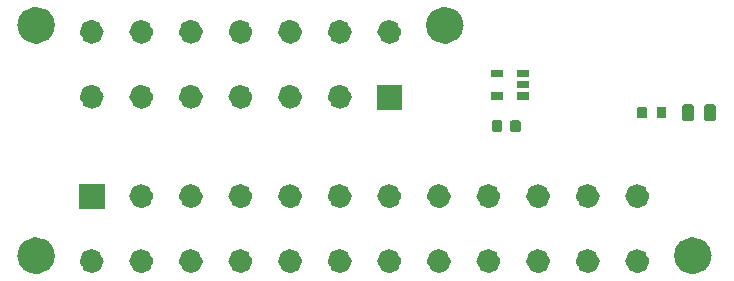
<source format=gbr>
%TF.GenerationSoftware,KiCad,Pcbnew,(5.0.2-5)-5*%
%TF.CreationDate,2023-05-01T14:03:50+02:00*%
%TF.ProjectId,SS1_ATX,5353315f-4154-4582-9e6b-696361645f70,rev?*%
%TF.SameCoordinates,Original*%
%TF.FileFunction,Soldermask,Top*%
%TF.FilePolarity,Negative*%
%FSLAX46Y46*%
G04 Gerber Fmt 4.6, Leading zero omitted, Abs format (unit mm)*
G04 Created by KiCad (PCBNEW (5.0.2-5)-5) date Lundi 01 mai 2023 à 14:03:50*
%MOMM*%
%LPD*%
G01*
G04 APERTURE LIST*
%ADD10C,0.010000*%
%ADD11C,1.026200*%
%ADD12C,1.576200*%
%ADD13C,0.100000*%
G04 APERTURE END LIST*
D10*
%TO.C,J2*%
G36*
X123726200Y-118863800D02*
X121673800Y-118863800D01*
X121673800Y-120916200D01*
X123726200Y-120916200D01*
X123726200Y-118863800D01*
G37*
X123726200Y-118863800D02*
X121673800Y-118863800D01*
X121673800Y-120916200D01*
X123726200Y-120916200D01*
X123726200Y-118863800D01*
D11*
X119013100Y-119890000D02*
G75*
G03X119013100Y-119890000I-513100J0D01*
G01*
X123213100Y-114390000D02*
G75*
G03X123213100Y-114390000I-513100J0D01*
G01*
X119013100Y-114390000D02*
G75*
G03X119013100Y-114390000I-513100J0D01*
G01*
D12*
X128188100Y-113830000D02*
G75*
G03X128188100Y-113830000I-788100J0D01*
G01*
X93588100Y-113830000D02*
G75*
G03X93588100Y-113830000I-788100J0D01*
G01*
D11*
X114813100Y-119890000D02*
G75*
G03X114813100Y-119890000I-513100J0D01*
G01*
X110613100Y-119890000D02*
G75*
G03X110613100Y-119890000I-513100J0D01*
G01*
X106413100Y-119890000D02*
G75*
G03X106413100Y-119890000I-513100J0D01*
G01*
X102213100Y-119890000D02*
G75*
G03X102213100Y-119890000I-513100J0D01*
G01*
X98013100Y-119890000D02*
G75*
G03X98013100Y-119890000I-513100J0D01*
G01*
X114813100Y-114390000D02*
G75*
G03X114813100Y-114390000I-513100J0D01*
G01*
X110613100Y-114390000D02*
G75*
G03X110613100Y-114390000I-513100J0D01*
G01*
X106413100Y-114390000D02*
G75*
G03X106413100Y-114390000I-513100J0D01*
G01*
X102213100Y-114390000D02*
G75*
G03X102213100Y-114390000I-513100J0D01*
G01*
X98013100Y-114390000D02*
G75*
G03X98013100Y-114390000I-513100J0D01*
G01*
D10*
%TO.C,J1*%
G36*
X98526200Y-129326200D02*
X96473800Y-129326200D01*
X96473800Y-127273800D01*
X98526200Y-127273800D01*
X98526200Y-129326200D01*
G37*
X98526200Y-129326200D02*
X96473800Y-129326200D01*
X96473800Y-127273800D01*
X98526200Y-127273800D01*
X98526200Y-129326200D01*
D11*
X102213100Y-128300000D02*
G75*
G03X102213100Y-128300000I-513100J0D01*
G01*
X106413100Y-128300000D02*
G75*
G03X106413100Y-128300000I-513100J0D01*
G01*
X110613100Y-128300000D02*
G75*
G03X110613100Y-128300000I-513100J0D01*
G01*
X114813100Y-128300000D02*
G75*
G03X114813100Y-128300000I-513100J0D01*
G01*
X119013100Y-128300000D02*
G75*
G03X119013100Y-128300000I-513100J0D01*
G01*
X123213100Y-128300000D02*
G75*
G03X123213100Y-128300000I-513100J0D01*
G01*
X127413100Y-128300000D02*
G75*
G03X127413100Y-128300000I-513100J0D01*
G01*
X131613100Y-128300000D02*
G75*
G03X131613100Y-128300000I-513100J0D01*
G01*
X135813100Y-128300000D02*
G75*
G03X135813100Y-128300000I-513100J0D01*
G01*
X140013100Y-128300000D02*
G75*
G03X140013100Y-128300000I-513100J0D01*
G01*
X144213100Y-128300000D02*
G75*
G03X144213100Y-128300000I-513100J0D01*
G01*
X98013100Y-133800000D02*
G75*
G03X98013100Y-133800000I-513100J0D01*
G01*
X102213100Y-133800000D02*
G75*
G03X102213100Y-133800000I-513100J0D01*
G01*
X106413100Y-133800000D02*
G75*
G03X106413100Y-133800000I-513100J0D01*
G01*
X110613100Y-133800000D02*
G75*
G03X110613100Y-133800000I-513100J0D01*
G01*
X114813100Y-133800000D02*
G75*
G03X114813100Y-133800000I-513100J0D01*
G01*
X119013100Y-133800000D02*
G75*
G03X119013100Y-133800000I-513100J0D01*
G01*
X123213100Y-133800000D02*
G75*
G03X123213100Y-133800000I-513100J0D01*
G01*
X127413100Y-133800000D02*
G75*
G03X127413100Y-133800000I-513100J0D01*
G01*
X131613100Y-133800000D02*
G75*
G03X131613100Y-133800000I-513100J0D01*
G01*
X135813100Y-133800000D02*
G75*
G03X135813100Y-133800000I-513100J0D01*
G01*
X140013100Y-133800000D02*
G75*
G03X140013100Y-133800000I-513100J0D01*
G01*
X144213100Y-133800000D02*
G75*
G03X144213100Y-133800000I-513100J0D01*
G01*
D12*
X149188100Y-133340000D02*
G75*
G03X149188100Y-133340000I-788100J0D01*
G01*
X93588100Y-133340000D02*
G75*
G03X93588100Y-133340000I-788100J0D01*
G01*
D13*
G36*
X148740935Y-131878429D02*
X148837534Y-131897644D01*
X149110517Y-132010717D01*
X149352920Y-132172687D01*
X149356197Y-132174876D01*
X149565124Y-132383803D01*
X149729284Y-132629485D01*
X149842356Y-132902467D01*
X149900000Y-133192261D01*
X149900000Y-133487739D01*
X149842356Y-133777533D01*
X149729284Y-134050515D01*
X149565124Y-134296197D01*
X149356197Y-134505124D01*
X149356194Y-134505126D01*
X149110517Y-134669283D01*
X148837534Y-134782356D01*
X148740935Y-134801571D01*
X148547739Y-134840000D01*
X148252261Y-134840000D01*
X148059065Y-134801571D01*
X147962466Y-134782356D01*
X147689483Y-134669283D01*
X147443806Y-134505126D01*
X147443803Y-134505124D01*
X147234876Y-134296197D01*
X147070716Y-134050515D01*
X146957644Y-133777533D01*
X146900000Y-133487739D01*
X146900000Y-133192261D01*
X146957644Y-132902467D01*
X147070716Y-132629485D01*
X147234876Y-132383803D01*
X147443803Y-132174876D01*
X147447080Y-132172687D01*
X147689483Y-132010717D01*
X147962466Y-131897644D01*
X148059065Y-131878429D01*
X148252261Y-131840000D01*
X148547739Y-131840000D01*
X148740935Y-131878429D01*
X148740935Y-131878429D01*
G37*
G36*
X93140935Y-131878429D02*
X93237534Y-131897644D01*
X93510517Y-132010717D01*
X93752920Y-132172687D01*
X93756197Y-132174876D01*
X93965124Y-132383803D01*
X94129284Y-132629485D01*
X94242356Y-132902467D01*
X94300000Y-133192261D01*
X94300000Y-133487739D01*
X94242356Y-133777533D01*
X94129284Y-134050515D01*
X93965124Y-134296197D01*
X93756197Y-134505124D01*
X93756194Y-134505126D01*
X93510517Y-134669283D01*
X93237534Y-134782356D01*
X93140935Y-134801571D01*
X92947739Y-134840000D01*
X92652261Y-134840000D01*
X92459065Y-134801571D01*
X92362466Y-134782356D01*
X92089483Y-134669283D01*
X91843806Y-134505126D01*
X91843803Y-134505124D01*
X91634876Y-134296197D01*
X91470716Y-134050515D01*
X91357644Y-133777533D01*
X91300000Y-133487739D01*
X91300000Y-133192261D01*
X91357644Y-132902467D01*
X91470716Y-132629485D01*
X91634876Y-132383803D01*
X91843803Y-132174876D01*
X91847080Y-132172687D01*
X92089483Y-132010717D01*
X92362466Y-131897644D01*
X92459065Y-131878429D01*
X92652261Y-131840000D01*
X92947739Y-131840000D01*
X93140935Y-131878429D01*
X93140935Y-131878429D01*
G37*
G36*
X133699083Y-121888715D02*
X133729454Y-121897928D01*
X133757443Y-121912888D01*
X133781977Y-121933023D01*
X133802112Y-121957557D01*
X133817072Y-121985546D01*
X133826285Y-122015917D01*
X133830000Y-122053640D01*
X133830000Y-122666360D01*
X133826285Y-122704083D01*
X133817072Y-122734454D01*
X133802112Y-122762443D01*
X133781977Y-122786977D01*
X133757443Y-122807112D01*
X133729454Y-122822072D01*
X133699083Y-122831285D01*
X133661360Y-122835000D01*
X133098640Y-122835000D01*
X133060917Y-122831285D01*
X133030546Y-122822072D01*
X133002557Y-122807112D01*
X132978023Y-122786977D01*
X132957888Y-122762443D01*
X132942928Y-122734454D01*
X132933715Y-122704083D01*
X132930000Y-122666360D01*
X132930000Y-122053640D01*
X132933715Y-122015917D01*
X132942928Y-121985546D01*
X132957888Y-121957557D01*
X132978023Y-121933023D01*
X133002557Y-121912888D01*
X133030546Y-121897928D01*
X133060917Y-121888715D01*
X133098640Y-121885000D01*
X133661360Y-121885000D01*
X133699083Y-121888715D01*
X133699083Y-121888715D01*
G37*
G36*
X132149083Y-121888715D02*
X132179454Y-121897928D01*
X132207443Y-121912888D01*
X132231977Y-121933023D01*
X132252112Y-121957557D01*
X132267072Y-121985546D01*
X132276285Y-122015917D01*
X132280000Y-122053640D01*
X132280000Y-122666360D01*
X132276285Y-122704083D01*
X132267072Y-122734454D01*
X132252112Y-122762443D01*
X132231977Y-122786977D01*
X132207443Y-122807112D01*
X132179454Y-122822072D01*
X132149083Y-122831285D01*
X132111360Y-122835000D01*
X131548640Y-122835000D01*
X131510917Y-122831285D01*
X131480546Y-122822072D01*
X131452557Y-122807112D01*
X131428023Y-122786977D01*
X131407888Y-122762443D01*
X131392928Y-122734454D01*
X131383715Y-122704083D01*
X131380000Y-122666360D01*
X131380000Y-122053640D01*
X131383715Y-122015917D01*
X131392928Y-121985546D01*
X131407888Y-121957557D01*
X131428023Y-121933023D01*
X131452557Y-121912888D01*
X131480546Y-121897928D01*
X131510917Y-121888715D01*
X131548640Y-121885000D01*
X132111360Y-121885000D01*
X132149083Y-121888715D01*
X132149083Y-121888715D01*
G37*
G36*
X150204772Y-120530938D02*
X150238663Y-120541219D01*
X150269891Y-120557910D01*
X150297265Y-120580377D01*
X150319732Y-120607751D01*
X150336423Y-120638979D01*
X150346704Y-120672870D01*
X150350780Y-120714253D01*
X150350780Y-121739471D01*
X150346704Y-121780854D01*
X150336423Y-121814745D01*
X150319732Y-121845973D01*
X150297265Y-121873347D01*
X150269891Y-121895814D01*
X150238663Y-121912505D01*
X150204772Y-121922786D01*
X150163389Y-121926862D01*
X149563171Y-121926862D01*
X149521788Y-121922786D01*
X149487897Y-121912505D01*
X149456669Y-121895814D01*
X149429295Y-121873347D01*
X149406828Y-121845973D01*
X149390137Y-121814745D01*
X149379856Y-121780854D01*
X149375780Y-121739471D01*
X149375780Y-120714253D01*
X149379856Y-120672870D01*
X149390137Y-120638979D01*
X149406828Y-120607751D01*
X149429295Y-120580377D01*
X149456669Y-120557910D01*
X149487897Y-120541219D01*
X149521788Y-120530938D01*
X149563171Y-120526862D01*
X150163389Y-120526862D01*
X150204772Y-120530938D01*
X150204772Y-120530938D01*
G37*
G36*
X148329772Y-120530938D02*
X148363663Y-120541219D01*
X148394891Y-120557910D01*
X148422265Y-120580377D01*
X148444732Y-120607751D01*
X148461423Y-120638979D01*
X148471704Y-120672870D01*
X148475780Y-120714253D01*
X148475780Y-121739471D01*
X148471704Y-121780854D01*
X148461423Y-121814745D01*
X148444732Y-121845973D01*
X148422265Y-121873347D01*
X148394891Y-121895814D01*
X148363663Y-121912505D01*
X148329772Y-121922786D01*
X148288389Y-121926862D01*
X147688171Y-121926862D01*
X147646788Y-121922786D01*
X147612897Y-121912505D01*
X147581669Y-121895814D01*
X147554295Y-121873347D01*
X147531828Y-121845973D01*
X147515137Y-121814745D01*
X147504856Y-121780854D01*
X147500780Y-121739471D01*
X147500780Y-120714253D01*
X147504856Y-120672870D01*
X147515137Y-120638979D01*
X147531828Y-120607751D01*
X147554295Y-120580377D01*
X147581669Y-120557910D01*
X147612897Y-120541219D01*
X147646788Y-120530938D01*
X147688171Y-120526862D01*
X148288389Y-120526862D01*
X148329772Y-120530938D01*
X148329772Y-120530938D01*
G37*
G36*
X146039988Y-120755097D02*
X146065666Y-120762887D01*
X146089337Y-120775539D01*
X146110080Y-120792562D01*
X146127103Y-120813305D01*
X146139755Y-120836976D01*
X146147545Y-120862654D01*
X146150780Y-120895503D01*
X146150780Y-121558221D01*
X146147545Y-121591070D01*
X146139755Y-121616748D01*
X146127103Y-121640419D01*
X146110080Y-121661162D01*
X146089337Y-121678185D01*
X146065666Y-121690837D01*
X146039988Y-121698627D01*
X146007139Y-121701862D01*
X145494421Y-121701862D01*
X145461572Y-121698627D01*
X145435894Y-121690837D01*
X145412223Y-121678185D01*
X145391480Y-121661162D01*
X145374457Y-121640419D01*
X145361805Y-121616748D01*
X145354015Y-121591070D01*
X145350780Y-121558221D01*
X145350780Y-120895503D01*
X145354015Y-120862654D01*
X145361805Y-120836976D01*
X145374457Y-120813305D01*
X145391480Y-120792562D01*
X145412223Y-120775539D01*
X145435894Y-120762887D01*
X145461572Y-120755097D01*
X145494421Y-120751862D01*
X146007139Y-120751862D01*
X146039988Y-120755097D01*
X146039988Y-120755097D01*
G37*
G36*
X144389988Y-120755097D02*
X144415666Y-120762887D01*
X144439337Y-120775539D01*
X144460080Y-120792562D01*
X144477103Y-120813305D01*
X144489755Y-120836976D01*
X144497545Y-120862654D01*
X144500780Y-120895503D01*
X144500780Y-121558221D01*
X144497545Y-121591070D01*
X144489755Y-121616748D01*
X144477103Y-121640419D01*
X144460080Y-121661162D01*
X144439337Y-121678185D01*
X144415666Y-121690837D01*
X144389988Y-121698627D01*
X144357139Y-121701862D01*
X143844421Y-121701862D01*
X143811572Y-121698627D01*
X143785894Y-121690837D01*
X143762223Y-121678185D01*
X143741480Y-121661162D01*
X143724457Y-121640419D01*
X143711805Y-121616748D01*
X143704015Y-121591070D01*
X143700780Y-121558221D01*
X143700780Y-120895503D01*
X143704015Y-120862654D01*
X143711805Y-120836976D01*
X143724457Y-120813305D01*
X143741480Y-120792562D01*
X143762223Y-120775539D01*
X143785894Y-120762887D01*
X143811572Y-120755097D01*
X143844421Y-120751862D01*
X144357139Y-120751862D01*
X144389988Y-120755097D01*
X144389988Y-120755097D01*
G37*
G36*
X134560000Y-120135000D02*
X133500000Y-120135000D01*
X133500000Y-119485000D01*
X134560000Y-119485000D01*
X134560000Y-120135000D01*
X134560000Y-120135000D01*
G37*
G36*
X132360000Y-120135000D02*
X131300000Y-120135000D01*
X131300000Y-119485000D01*
X132360000Y-119485000D01*
X132360000Y-120135000D01*
X132360000Y-120135000D01*
G37*
G36*
X134560000Y-119185000D02*
X133500000Y-119185000D01*
X133500000Y-118535000D01*
X134560000Y-118535000D01*
X134560000Y-119185000D01*
X134560000Y-119185000D01*
G37*
G36*
X134560000Y-118235000D02*
X133500000Y-118235000D01*
X133500000Y-117585000D01*
X134560000Y-117585000D01*
X134560000Y-118235000D01*
X134560000Y-118235000D01*
G37*
G36*
X132360000Y-118235000D02*
X131300000Y-118235000D01*
X131300000Y-117585000D01*
X132360000Y-117585000D01*
X132360000Y-118235000D01*
X132360000Y-118235000D01*
G37*
G36*
X127740935Y-112368429D02*
X127837534Y-112387644D01*
X128110517Y-112500717D01*
X128352920Y-112662687D01*
X128356197Y-112664876D01*
X128565124Y-112873803D01*
X128729284Y-113119485D01*
X128842356Y-113392467D01*
X128900000Y-113682261D01*
X128900000Y-113977739D01*
X128842356Y-114267533D01*
X128729284Y-114540515D01*
X128565124Y-114786197D01*
X128356197Y-114995124D01*
X128356194Y-114995126D01*
X128110517Y-115159283D01*
X127837534Y-115272356D01*
X127740935Y-115291571D01*
X127547739Y-115330000D01*
X127252261Y-115330000D01*
X127059065Y-115291571D01*
X126962466Y-115272356D01*
X126689483Y-115159283D01*
X126443806Y-114995126D01*
X126443803Y-114995124D01*
X126234876Y-114786197D01*
X126070716Y-114540515D01*
X125957644Y-114267533D01*
X125900000Y-113977739D01*
X125900000Y-113682261D01*
X125957644Y-113392467D01*
X126070716Y-113119485D01*
X126234876Y-112873803D01*
X126443803Y-112664876D01*
X126447080Y-112662687D01*
X126689483Y-112500717D01*
X126962466Y-112387644D01*
X127059065Y-112368429D01*
X127252261Y-112330000D01*
X127547739Y-112330000D01*
X127740935Y-112368429D01*
X127740935Y-112368429D01*
G37*
G36*
X93140935Y-112368429D02*
X93237534Y-112387644D01*
X93510517Y-112500717D01*
X93752920Y-112662687D01*
X93756197Y-112664876D01*
X93965124Y-112873803D01*
X94129284Y-113119485D01*
X94242356Y-113392467D01*
X94300000Y-113682261D01*
X94300000Y-113977739D01*
X94242356Y-114267533D01*
X94129284Y-114540515D01*
X93965124Y-114786197D01*
X93756197Y-114995124D01*
X93756194Y-114995126D01*
X93510517Y-115159283D01*
X93237534Y-115272356D01*
X93140935Y-115291571D01*
X92947739Y-115330000D01*
X92652261Y-115330000D01*
X92459065Y-115291571D01*
X92362466Y-115272356D01*
X92089483Y-115159283D01*
X91843806Y-114995126D01*
X91843803Y-114995124D01*
X91634876Y-114786197D01*
X91470716Y-114540515D01*
X91357644Y-114267533D01*
X91300000Y-113977739D01*
X91300000Y-113682261D01*
X91357644Y-113392467D01*
X91470716Y-113119485D01*
X91634876Y-112873803D01*
X91843803Y-112664876D01*
X91847080Y-112662687D01*
X92089483Y-112500717D01*
X92362466Y-112387644D01*
X92459065Y-112368429D01*
X92652261Y-112330000D01*
X92947739Y-112330000D01*
X93140935Y-112368429D01*
X93140935Y-112368429D01*
G37*
M02*

</source>
